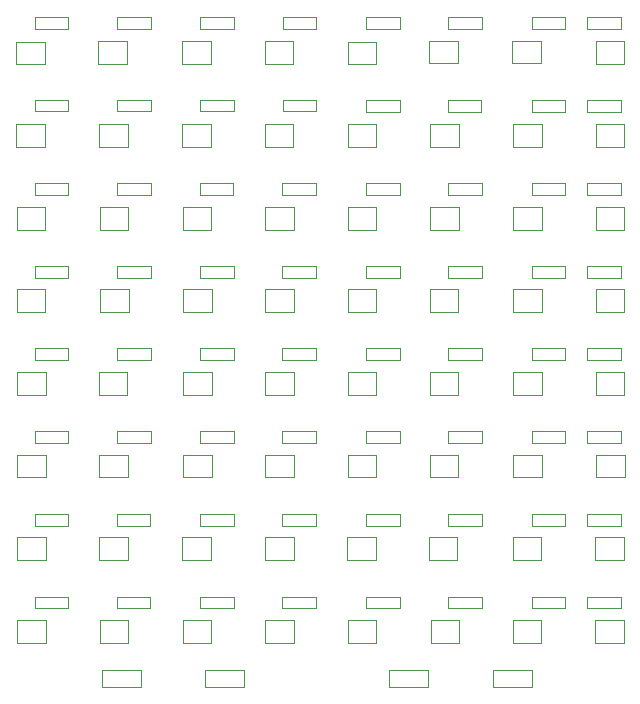
<source format=gbr>
%TF.GenerationSoftware,KiCad,Pcbnew,8.0.5*%
%TF.CreationDate,2025-09-21T17:17:36-10:00*%
%TF.ProjectId,SiPMT.revA,5369504d-542e-4726-9576-412e6b696361,rev?*%
%TF.SameCoordinates,Original*%
%TF.FileFunction,Other,User*%
%FSLAX46Y46*%
G04 Gerber Fmt 4.6, Leading zero omitted, Abs format (unit mm)*
G04 Created by KiCad (PCBNEW 8.0.5) date 2025-09-21 17:17:36*
%MOMM*%
%LPD*%
G01*
G04 APERTURE LIST*
%ADD10C,0.120000*%
%ADD11C,0.050000*%
G04 APERTURE END LIST*
%TO.C,D18*%
D10*
X123812500Y-69730000D02*
X121387500Y-69730000D01*
X121387500Y-71630000D01*
X123812500Y-71630000D01*
X123812500Y-69730000D01*
%TO.C,D40*%
X144900000Y-104705000D02*
X142475000Y-104705000D01*
X142475000Y-106605000D01*
X144900000Y-106605000D01*
X144900000Y-104705000D01*
%TO.C,D11*%
X123882500Y-90705000D02*
X121457500Y-90705000D01*
X121457500Y-92605000D01*
X123882500Y-92605000D01*
X123882500Y-90705000D01*
%TO.C,D25*%
X151900000Y-83755000D02*
X149475000Y-83755000D01*
X149475000Y-85655000D01*
X151900000Y-85655000D01*
X151900000Y-83755000D01*
%TO.C,D20*%
X130862500Y-76730000D02*
X128437500Y-76730000D01*
X128437500Y-78630000D01*
X130862500Y-78630000D01*
X130862500Y-76730000D01*
%TO.C,D42*%
X151900000Y-104705000D02*
X149475000Y-104705000D01*
X149475000Y-106605000D01*
X151900000Y-106605000D01*
X151900000Y-104705000D01*
%TO.C,D4*%
X158900000Y-76705000D02*
X156475000Y-76705000D01*
X156475000Y-78605000D01*
X158900000Y-78605000D01*
X158900000Y-76705000D01*
%TO.C,D55*%
X144900000Y-111705000D02*
X142475000Y-111705000D01*
X142475000Y-113605000D01*
X144900000Y-113605000D01*
X144900000Y-111705000D01*
%TO.C,D32*%
X172900000Y-90705000D02*
X170475000Y-90705000D01*
X170475000Y-92605000D01*
X172900000Y-92605000D01*
X172900000Y-90705000D01*
%TO.C,D36*%
X130850000Y-104705000D02*
X128425000Y-104705000D01*
X128425000Y-106605000D01*
X130850000Y-106605000D01*
X130850000Y-104705000D01*
%TO.C,D43*%
X158850000Y-97705000D02*
X156425000Y-97705000D01*
X156425000Y-99605000D01*
X158850000Y-99605000D01*
X158850000Y-97705000D01*
%TO.C,D53*%
X137900000Y-111705000D02*
X135475000Y-111705000D01*
X135475000Y-113605000D01*
X137900000Y-113605000D01*
X137900000Y-111705000D01*
%TO.C,D10*%
X123877500Y-83755000D02*
X121452500Y-83755000D01*
X121452500Y-85655000D01*
X123877500Y-85655000D01*
X123877500Y-83755000D01*
%TO.C,D17*%
X144875000Y-76730000D02*
X142450000Y-76730000D01*
X142450000Y-78630000D01*
X144875000Y-78630000D01*
X144875000Y-76730000D01*
%TO.C,D14*%
X137925000Y-83755000D02*
X135500000Y-83755000D01*
X135500000Y-85655000D01*
X137925000Y-85655000D01*
X137925000Y-83755000D01*
%TO.C,D54*%
X137912500Y-118705000D02*
X135487500Y-118705000D01*
X135487500Y-120605000D01*
X137912500Y-120605000D01*
X137912500Y-118705000D01*
%TO.C,D38*%
X137950000Y-104705000D02*
X135525000Y-104705000D01*
X135525000Y-106605000D01*
X137950000Y-106605000D01*
X137950000Y-104705000D01*
%TO.C,D33*%
X123900000Y-97705000D02*
X121475000Y-97705000D01*
X121475000Y-99605000D01*
X123900000Y-99605000D01*
X123900000Y-97705000D01*
%TO.C,D62*%
X165862500Y-118705000D02*
X163437500Y-118705000D01*
X163437500Y-120605000D01*
X165862500Y-120605000D01*
X165862500Y-118705000D01*
%TO.C,D8*%
X172900000Y-69705000D02*
X170475000Y-69705000D01*
X170475000Y-71605000D01*
X172900000Y-71605000D01*
X172900000Y-69705000D01*
%TO.C,D64*%
X172862500Y-118705000D02*
X170437500Y-118705000D01*
X170437500Y-120605000D01*
X172862500Y-120605000D01*
X172862500Y-118705000D01*
%TO.C,D37*%
X137950000Y-97705000D02*
X135525000Y-97705000D01*
X135525000Y-99605000D01*
X137950000Y-99605000D01*
X137950000Y-97705000D01*
%TO.C,D12*%
X130900000Y-83755000D02*
X128475000Y-83755000D01*
X128475000Y-85655000D01*
X130900000Y-85655000D01*
X130900000Y-83755000D01*
%TO.C,D46*%
X165900000Y-104705000D02*
X163475000Y-104705000D01*
X163475000Y-106605000D01*
X165900000Y-106605000D01*
X165900000Y-104705000D01*
%TO.C,D26*%
X151900000Y-90705000D02*
X149475000Y-90705000D01*
X149475000Y-92605000D01*
X151900000Y-92605000D01*
X151900000Y-90705000D01*
%TO.C,D60*%
X158912500Y-118705000D02*
X156487500Y-118705000D01*
X156487500Y-120605000D01*
X158912500Y-120605000D01*
X158912500Y-118705000D01*
%TO.C,D7*%
X123825000Y-76730000D02*
X121400000Y-76730000D01*
X121400000Y-78630000D01*
X123825000Y-78630000D01*
X123825000Y-76730000D01*
%TO.C,D2*%
X151900000Y-76705000D02*
X149475000Y-76705000D01*
X149475000Y-78605000D01*
X151900000Y-78605000D01*
X151900000Y-76705000D01*
%TO.C,D58*%
X151912500Y-118705000D02*
X149487500Y-118705000D01*
X149487500Y-120605000D01*
X151912500Y-120605000D01*
X151912500Y-118705000D01*
%TO.C,D44*%
X158850000Y-104705000D02*
X156425000Y-104705000D01*
X156425000Y-106605000D01*
X158850000Y-106605000D01*
X158850000Y-104705000D01*
%TO.C,D24*%
X144900000Y-90705000D02*
X142475000Y-90705000D01*
X142475000Y-92605000D01*
X144900000Y-92605000D01*
X144900000Y-90705000D01*
%TO.C,D23*%
X144900000Y-83755000D02*
X142475000Y-83755000D01*
X142475000Y-85655000D01*
X144900000Y-85655000D01*
X144900000Y-83755000D01*
%TO.C,D5*%
X165850000Y-69630000D02*
X163425000Y-69630000D01*
X163425000Y-71530000D01*
X165850000Y-71530000D01*
X165850000Y-69630000D01*
%TO.C,D3*%
X158800000Y-69655000D02*
X156375000Y-69655000D01*
X156375000Y-71555000D01*
X158800000Y-71555000D01*
X158800000Y-69655000D01*
%TO.C,D6*%
X165900000Y-76705000D02*
X163475000Y-76705000D01*
X163475000Y-78605000D01*
X165900000Y-78605000D01*
X165900000Y-76705000D01*
%TO.C,D48*%
X172912500Y-104705000D02*
X170487500Y-104705000D01*
X170487500Y-106605000D01*
X172912500Y-106605000D01*
X172912500Y-104705000D01*
%TO.C,D49*%
X123900000Y-111705000D02*
X121475000Y-111705000D01*
X121475000Y-113605000D01*
X123900000Y-113605000D01*
X123900000Y-111705000D01*
%TO.C,D13*%
X130950000Y-90705000D02*
X128525000Y-90705000D01*
X128525000Y-92605000D01*
X130950000Y-92605000D01*
X130950000Y-90705000D01*
%TO.C,D63*%
X172862500Y-111705000D02*
X170437500Y-111705000D01*
X170437500Y-113605000D01*
X172862500Y-113605000D01*
X172862500Y-111705000D01*
%TO.C,D21*%
X137875000Y-69680000D02*
X135450000Y-69680000D01*
X135450000Y-71580000D01*
X137875000Y-71580000D01*
X137875000Y-69680000D01*
%TO.C,D61*%
X165862500Y-111705000D02*
X163437500Y-111705000D01*
X163437500Y-113605000D01*
X165862500Y-113605000D01*
X165862500Y-111705000D01*
%TO.C,D51*%
X130850000Y-111705000D02*
X128425000Y-111705000D01*
X128425000Y-113605000D01*
X130850000Y-113605000D01*
X130850000Y-111705000D01*
%TO.C,D56*%
X144912500Y-118705000D02*
X142487500Y-118705000D01*
X142487500Y-120605000D01*
X144912500Y-120605000D01*
X144912500Y-118705000D01*
%TO.C,D35*%
X130812500Y-97705000D02*
X128387500Y-97705000D01*
X128387500Y-99605000D01*
X130812500Y-99605000D01*
X130812500Y-97705000D01*
%TO.C,D28*%
X158850000Y-90705000D02*
X156425000Y-90705000D01*
X156425000Y-92605000D01*
X158850000Y-92605000D01*
X158850000Y-90705000D01*
%TO.C,D30*%
X165900000Y-90705000D02*
X163475000Y-90705000D01*
X163475000Y-92605000D01*
X165900000Y-92605000D01*
X165900000Y-90705000D01*
%TO.C,D47*%
X172900000Y-97705000D02*
X170475000Y-97705000D01*
X170475000Y-99605000D01*
X172900000Y-99605000D01*
X172900000Y-97705000D01*
%TO.C,D19*%
X130762500Y-69680000D02*
X128337500Y-69680000D01*
X128337500Y-71580000D01*
X130762500Y-71580000D01*
X130762500Y-69680000D01*
%TO.C,D22*%
X144862500Y-69680000D02*
X142437500Y-69680000D01*
X142437500Y-71580000D01*
X144862500Y-71580000D01*
X144862500Y-69680000D01*
%TO.C,D15*%
X137862500Y-76730000D02*
X135437500Y-76730000D01*
X135437500Y-78630000D01*
X137862500Y-78630000D01*
X137862500Y-76730000D01*
%TO.C,D1*%
X151900000Y-69730000D02*
X149475000Y-69730000D01*
X149475000Y-71630000D01*
X151900000Y-71630000D01*
X151900000Y-69730000D01*
%TO.C,D29*%
X165900000Y-83755000D02*
X163475000Y-83755000D01*
X163475000Y-85655000D01*
X165900000Y-85655000D01*
X165900000Y-83755000D01*
%TO.C,D41*%
X151900000Y-97705000D02*
X149475000Y-97705000D01*
X149475000Y-99605000D01*
X151900000Y-99605000D01*
X151900000Y-97705000D01*
%TO.C,D16*%
X137950000Y-90705000D02*
X135525000Y-90705000D01*
X135525000Y-92605000D01*
X137950000Y-92605000D01*
X137950000Y-90705000D01*
%TO.C,D31*%
X172900000Y-83755000D02*
X170475000Y-83755000D01*
X170475000Y-85655000D01*
X172900000Y-85655000D01*
X172900000Y-83755000D01*
%TO.C,D9*%
X172900000Y-76705000D02*
X170475000Y-76705000D01*
X170475000Y-78605000D01*
X172900000Y-78605000D01*
X172900000Y-76705000D01*
%TO.C,D34*%
X123900000Y-104705000D02*
X121475000Y-104705000D01*
X121475000Y-106605000D01*
X123900000Y-106605000D01*
X123900000Y-104705000D01*
%TO.C,D57*%
X151862500Y-111705000D02*
X149437500Y-111705000D01*
X149437500Y-113605000D01*
X151862500Y-113605000D01*
X151862500Y-111705000D01*
%TO.C,D59*%
X158762500Y-111705000D02*
X156337500Y-111705000D01*
X156337500Y-113605000D01*
X158762500Y-113605000D01*
X158762500Y-111705000D01*
%TO.C,D45*%
X165900000Y-97705000D02*
X163475000Y-97705000D01*
X163475000Y-99605000D01*
X165900000Y-99605000D01*
X165900000Y-97705000D01*
%TO.C,D39*%
X144900000Y-97705000D02*
X142475000Y-97705000D01*
X142475000Y-99605000D01*
X144900000Y-99605000D01*
X144900000Y-97705000D01*
%TO.C,D52*%
X130900000Y-118705000D02*
X128475000Y-118705000D01*
X128475000Y-120605000D01*
X130900000Y-120605000D01*
X130900000Y-118705000D01*
%TO.C,D50*%
X123900000Y-118705000D02*
X121475000Y-118705000D01*
X121475000Y-120605000D01*
X123900000Y-120605000D01*
X123900000Y-118705000D01*
%TO.C,D27*%
X158862500Y-83755000D02*
X156437500Y-83755000D01*
X156437500Y-85655000D01*
X158862500Y-85655000D01*
X158862500Y-83755000D01*
%TO.C,R3*%
D11*
X160825000Y-67655000D02*
X157975000Y-67655000D01*
X157975000Y-68655000D01*
X160825000Y-68655000D01*
X160825000Y-67655000D01*
%TO.C,R1*%
X153912500Y-67655000D02*
X151062500Y-67655000D01*
X151062500Y-68655000D01*
X153912500Y-68655000D01*
X153912500Y-67655000D01*
%TO.C,R55*%
X146762500Y-109705000D02*
X143912500Y-109705000D01*
X143912500Y-110705000D01*
X146762500Y-110705000D01*
X146762500Y-109705000D01*
%TO.C,R58*%
X153862500Y-116705000D02*
X151012500Y-116705000D01*
X151012500Y-117705000D01*
X153862500Y-117705000D01*
X153862500Y-116705000D01*
%TO.C,R5*%
X167912500Y-67655000D02*
X165062500Y-67655000D01*
X165062500Y-68655000D01*
X167912500Y-68655000D01*
X167912500Y-67655000D01*
%TO.C,R43*%
X160812500Y-95705000D02*
X157962500Y-95705000D01*
X157962500Y-96705000D01*
X160812500Y-96705000D01*
X160812500Y-95705000D01*
%TO.C,R48*%
X169775000Y-103705000D02*
X172625000Y-103705000D01*
X172625000Y-102705000D01*
X169775000Y-102705000D01*
X169775000Y-103705000D01*
%TO.C,C4*%
X128662500Y-122900000D02*
X131962500Y-122900000D01*
X128662500Y-124360000D02*
X128662500Y-122900000D01*
X131962500Y-122900000D02*
X131962500Y-124360000D01*
X131962500Y-124360000D02*
X128662500Y-124360000D01*
%TO.C,R24*%
X146750000Y-88705000D02*
X143900000Y-88705000D01*
X143900000Y-89705000D01*
X146750000Y-89705000D01*
X146750000Y-88705000D01*
%TO.C,R16*%
X139812500Y-88705000D02*
X136962500Y-88705000D01*
X136962500Y-89705000D01*
X139812500Y-89705000D01*
X139812500Y-88705000D01*
%TO.C,R21*%
X139825000Y-67630000D02*
X136975000Y-67630000D01*
X136975000Y-68630000D01*
X139825000Y-68630000D01*
X139825000Y-67630000D01*
%TO.C,R57*%
X153862500Y-109705000D02*
X151012500Y-109705000D01*
X151012500Y-110705000D01*
X153862500Y-110705000D01*
X153862500Y-109705000D01*
%TO.C,R7*%
X125825000Y-74630000D02*
X122975000Y-74630000D01*
X122975000Y-75630000D01*
X125825000Y-75630000D01*
X125825000Y-74630000D01*
%TO.C,R8*%
X169775000Y-68680000D02*
X172625000Y-68680000D01*
X172625000Y-67680000D01*
X169775000Y-67680000D01*
X169775000Y-68680000D01*
%TO.C,R52*%
X132762500Y-116705000D02*
X129912500Y-116705000D01*
X129912500Y-117705000D01*
X132762500Y-117705000D01*
X132762500Y-116705000D01*
%TO.C,R23*%
X146762500Y-81705000D02*
X143912500Y-81705000D01*
X143912500Y-82705000D01*
X146762500Y-82705000D01*
X146762500Y-81705000D01*
%TO.C,R17*%
X146825000Y-74630000D02*
X143975000Y-74630000D01*
X143975000Y-75630000D01*
X146825000Y-75630000D01*
X146825000Y-74630000D01*
%TO.C,R20*%
X132825000Y-74630000D02*
X129975000Y-74630000D01*
X129975000Y-75630000D01*
X132825000Y-75630000D01*
X132825000Y-74630000D01*
%TO.C,R38*%
X139812500Y-102705000D02*
X136962500Y-102705000D01*
X136962500Y-103705000D01*
X139812500Y-103705000D01*
X139812500Y-102705000D01*
%TO.C,R22*%
X146825000Y-67680000D02*
X143975000Y-67680000D01*
X143975000Y-68680000D01*
X146825000Y-68680000D01*
X146825000Y-67680000D01*
%TO.C,R46*%
X167912500Y-102705000D02*
X165062500Y-102705000D01*
X165062500Y-103705000D01*
X167912500Y-103705000D01*
X167912500Y-102705000D01*
%TO.C,C7*%
X153000000Y-122900000D02*
X156300000Y-122900000D01*
X153000000Y-124360000D02*
X153000000Y-122900000D01*
X156300000Y-122900000D02*
X156300000Y-124360000D01*
X156300000Y-124360000D02*
X153000000Y-124360000D01*
%TO.C,R39*%
X146762500Y-95705000D02*
X143912500Y-95705000D01*
X143912500Y-96705000D01*
X146762500Y-96705000D01*
X146762500Y-95705000D01*
%TO.C,R34*%
X125812500Y-102705000D02*
X122962500Y-102705000D01*
X122962500Y-103705000D01*
X125812500Y-103705000D01*
X125812500Y-102705000D01*
%TO.C,R56*%
X146762500Y-116705000D02*
X143912500Y-116705000D01*
X143912500Y-117705000D01*
X146762500Y-117705000D01*
X146762500Y-116705000D01*
%TO.C,R26*%
X153862500Y-88705000D02*
X151012500Y-88705000D01*
X151012500Y-89705000D01*
X153862500Y-89705000D01*
X153862500Y-88705000D01*
%TO.C,R41*%
X153862500Y-95705000D02*
X151012500Y-95705000D01*
X151012500Y-96705000D01*
X153862500Y-96705000D01*
X153862500Y-95705000D01*
%TO.C,R30*%
X167912500Y-88705000D02*
X165062500Y-88705000D01*
X165062500Y-89705000D01*
X167912500Y-89705000D01*
X167912500Y-88705000D01*
%TO.C,R19*%
X132825000Y-67630000D02*
X129975000Y-67630000D01*
X129975000Y-68630000D01*
X132825000Y-68630000D01*
X132825000Y-67630000D01*
%TO.C,R47*%
X169775000Y-96705000D02*
X172625000Y-96705000D01*
X172625000Y-95705000D01*
X169775000Y-95705000D01*
X169775000Y-96705000D01*
%TO.C,R44*%
X160812500Y-102705000D02*
X157962500Y-102705000D01*
X157962500Y-103705000D01*
X160812500Y-103705000D01*
X160812500Y-102705000D01*
%TO.C,C6*%
X161787500Y-122900000D02*
X165087500Y-122900000D01*
X161787500Y-124360000D02*
X161787500Y-122900000D01*
X165087500Y-122900000D02*
X165087500Y-124360000D01*
X165087500Y-124360000D02*
X161787500Y-124360000D01*
%TO.C,R62*%
X167912500Y-116705000D02*
X165062500Y-116705000D01*
X165062500Y-117705000D01*
X167912500Y-117705000D01*
X167912500Y-116705000D01*
%TO.C,R12*%
X132812500Y-81705000D02*
X129962500Y-81705000D01*
X129962500Y-82705000D01*
X132812500Y-82705000D01*
X132812500Y-81705000D01*
%TO.C,R45*%
X167912500Y-95705000D02*
X165062500Y-95705000D01*
X165062500Y-96705000D01*
X167912500Y-96705000D01*
X167912500Y-95705000D01*
%TO.C,R2*%
X153912500Y-74655000D02*
X151062500Y-74655000D01*
X151062500Y-75655000D01*
X153912500Y-75655000D01*
X153912500Y-74655000D01*
%TO.C,R63*%
X169775000Y-110705000D02*
X172625000Y-110705000D01*
X172625000Y-109705000D01*
X169775000Y-109705000D01*
X169775000Y-110705000D01*
%TO.C,R15*%
X139825000Y-74630000D02*
X136975000Y-74630000D01*
X136975000Y-75630000D01*
X139825000Y-75630000D01*
X139825000Y-74630000D01*
%TO.C,R33*%
X125812500Y-95705000D02*
X122962500Y-95705000D01*
X122962500Y-96705000D01*
X125812500Y-96705000D01*
X125812500Y-95705000D01*
%TO.C,R28*%
X160812500Y-88705000D02*
X157962500Y-88705000D01*
X157962500Y-89705000D01*
X160812500Y-89705000D01*
X160812500Y-88705000D01*
%TO.C,R11*%
X125812500Y-88705000D02*
X122962500Y-88705000D01*
X122962500Y-89705000D01*
X125812500Y-89705000D01*
X125812500Y-88705000D01*
%TO.C,C5*%
X137412500Y-122900000D02*
X140712500Y-122900000D01*
X137412500Y-124360000D02*
X137412500Y-122900000D01*
X140712500Y-122900000D02*
X140712500Y-124360000D01*
X140712500Y-124360000D02*
X137412500Y-124360000D01*
%TO.C,R10*%
X125812500Y-81705000D02*
X122962500Y-81705000D01*
X122962500Y-82705000D01*
X125812500Y-82705000D01*
X125812500Y-81705000D01*
%TO.C,R60*%
X160812500Y-116705000D02*
X157962500Y-116705000D01*
X157962500Y-117705000D01*
X160812500Y-117705000D01*
X160812500Y-116705000D01*
%TO.C,R9*%
X169775000Y-75655000D02*
X172625000Y-75655000D01*
X172625000Y-74655000D01*
X169775000Y-74655000D01*
X169775000Y-75655000D01*
%TO.C,R59*%
X160812500Y-109705000D02*
X157962500Y-109705000D01*
X157962500Y-110705000D01*
X160812500Y-110705000D01*
X160812500Y-109705000D01*
%TO.C,R32*%
X169775000Y-89705000D02*
X172625000Y-89705000D01*
X172625000Y-88705000D01*
X169775000Y-88705000D01*
X169775000Y-89705000D01*
%TO.C,R36*%
X132812500Y-102705000D02*
X129962500Y-102705000D01*
X129962500Y-103705000D01*
X132812500Y-103705000D01*
X132812500Y-102705000D01*
%TO.C,R64*%
X169775000Y-117705000D02*
X172625000Y-117705000D01*
X172625000Y-116705000D01*
X169775000Y-116705000D01*
X169775000Y-117705000D01*
%TO.C,R51*%
X132762500Y-109705000D02*
X129912500Y-109705000D01*
X129912500Y-110705000D01*
X132762500Y-110705000D01*
X132762500Y-109705000D01*
%TO.C,R4*%
X160800000Y-74655000D02*
X157950000Y-74655000D01*
X157950000Y-75655000D01*
X160800000Y-75655000D01*
X160800000Y-74655000D01*
%TO.C,R27*%
X160812500Y-81705000D02*
X157962500Y-81705000D01*
X157962500Y-82705000D01*
X160812500Y-82705000D01*
X160812500Y-81705000D01*
%TO.C,R31*%
X169775000Y-82705000D02*
X172625000Y-82705000D01*
X172625000Y-81705000D01*
X169775000Y-81705000D01*
X169775000Y-82705000D01*
%TO.C,R25*%
X153912500Y-81705000D02*
X151062500Y-81705000D01*
X151062500Y-82705000D01*
X153912500Y-82705000D01*
X153912500Y-81705000D01*
%TO.C,R40*%
X146762500Y-102705000D02*
X143912500Y-102705000D01*
X143912500Y-103705000D01*
X146762500Y-103705000D01*
X146762500Y-102705000D01*
%TO.C,R6*%
X167912500Y-74655000D02*
X165062500Y-74655000D01*
X165062500Y-75655000D01*
X167912500Y-75655000D01*
X167912500Y-74655000D01*
%TO.C,R53*%
X139812500Y-109705000D02*
X136962500Y-109705000D01*
X136962500Y-110705000D01*
X139812500Y-110705000D01*
X139812500Y-109705000D01*
%TO.C,R13*%
X132812500Y-88705000D02*
X129962500Y-88705000D01*
X129962500Y-89705000D01*
X132812500Y-89705000D01*
X132812500Y-88705000D01*
%TO.C,R42*%
X153862500Y-102705000D02*
X151012500Y-102705000D01*
X151012500Y-103705000D01*
X153862500Y-103705000D01*
X153862500Y-102705000D01*
%TO.C,R14*%
X139800000Y-81705000D02*
X136950000Y-81705000D01*
X136950000Y-82705000D01*
X139800000Y-82705000D01*
X139800000Y-81705000D01*
%TO.C,R37*%
X139812500Y-95705000D02*
X136962500Y-95705000D01*
X136962500Y-96705000D01*
X139812500Y-96705000D01*
X139812500Y-95705000D01*
%TO.C,R54*%
X139812500Y-116705000D02*
X136962500Y-116705000D01*
X136962500Y-117705000D01*
X139812500Y-117705000D01*
X139812500Y-116705000D01*
%TO.C,R29*%
X167912500Y-81705000D02*
X165062500Y-81705000D01*
X165062500Y-82705000D01*
X167912500Y-82705000D01*
X167912500Y-81705000D01*
%TO.C,R49*%
X125812500Y-109705000D02*
X122962500Y-109705000D01*
X122962500Y-110705000D01*
X125812500Y-110705000D01*
X125812500Y-109705000D01*
%TO.C,R61*%
X167912500Y-109705000D02*
X165062500Y-109705000D01*
X165062500Y-110705000D01*
X167912500Y-110705000D01*
X167912500Y-109705000D01*
%TO.C,R50*%
X125812500Y-116705000D02*
X122962500Y-116705000D01*
X122962500Y-117705000D01*
X125812500Y-117705000D01*
X125812500Y-116705000D01*
%TO.C,R35*%
X132812500Y-95705000D02*
X129962500Y-95705000D01*
X129962500Y-96705000D01*
X132812500Y-96705000D01*
X132812500Y-95705000D01*
%TO.C,R18*%
X125825000Y-67630000D02*
X122975000Y-67630000D01*
X122975000Y-68630000D01*
X125825000Y-68630000D01*
X125825000Y-67630000D01*
%TD*%
M02*

</source>
